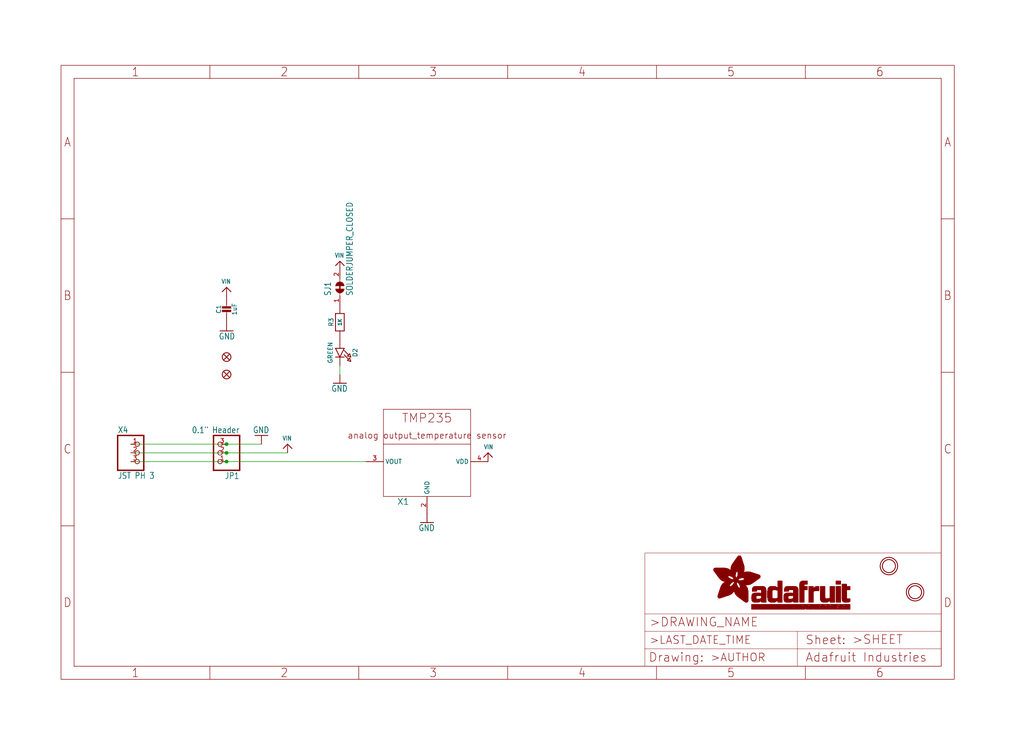
<source format=kicad_sch>
(kicad_sch (version 20211123) (generator eeschema)
  (paper "User" 298.45 217.881)
  (lib_symbols
    (symbol "schematicEagle-eagle-import:CAP_CERAMIC0805-NOOUTLINE"
      (property "Reference" "C" (at -2.29 1.25 90))
      (property "Value" "CAP_CERAMIC0805-NOOUTLINE" (at 2.3 1.25 90))
      (symbol "CAP_CERAMIC0805-NOOUTLINE_1_0"
        (pin passive line (at 0 5.08 270) (length 2.54) (name "1") (number "1"))
        (pin passive line (at 0 -2.54 90) (length 2.54) (name "2") (number "2"))
      )
    )
    (symbol "schematicEagle-eagle-import:CON_JST_PH_3PIN"
      (property "Reference" "X" (at -6.35 5.715 0))
      (property "Value" "CON_JST_PH_3PIN" (at -6.35 -7.62 0))
      (symbol "CON_JST_PH_3PIN_1_0"
        (pin passive inverted (at -2.54 2.54 0) (length 2.54) (name "1") (number "1"))
        (pin passive inverted (at -2.54 0 0) (length 2.54) (name "2") (number "2"))
        (pin passive inverted (at -2.54 -2.54 0) (length 2.54) (name "3") (number "3"))
      )
    )
    (symbol "schematicEagle-eagle-import:FIDUCIAL_1MM")
    (symbol "schematicEagle-eagle-import:FRAME_A4_ADAFRUIT"
      (symbol "FRAME_A4_ADAFRUIT_0_0"
        (text "1" (at 21.6958 1.905 0) (effects (font (size 2.54 2.286))))
        (text "1" (at 21.6958 177.165 0) (effects (font (size 2.54 2.286))))
        (text "2" (at 65.0875 1.905 0) (effects (font (size 2.54 2.286))))
        (text "2" (at 65.0875 177.165 0) (effects (font (size 2.54 2.286))))
        (text "3" (at 108.4792 1.905 0) (effects (font (size 2.54 2.286))))
        (text "3" (at 108.4792 177.165 0) (effects (font (size 2.54 2.286))))
        (text "4" (at 151.8708 1.905 0) (effects (font (size 2.54 2.286))))
        (text "4" (at 151.8708 177.165 0) (effects (font (size 2.54 2.286))))
        (text "5" (at 195.2625 1.905 0) (effects (font (size 2.54 2.286))))
        (text "5" (at 195.2625 177.165 0) (effects (font (size 2.54 2.286))))
        (text "6" (at 238.6542 1.905 0) (effects (font (size 2.54 2.286))))
        (text "6" (at 238.6542 177.165 0) (effects (font (size 2.54 2.286))))
        (text "A" (at 1.905 156.6863 0) (effects (font (size 2.54 2.286))))
        (text "A" (at 258.445 156.6863 0) (effects (font (size 2.54 2.286))))
        (text "B" (at 1.905 111.9188 0) (effects (font (size 2.54 2.286))))
        (text "B" (at 258.445 111.9188 0) (effects (font (size 2.54 2.286))))
        (text "C" (at 1.905 67.1513 0) (effects (font (size 2.54 2.286))))
        (text "C" (at 258.445 67.1513 0) (effects (font (size 2.54 2.286))))
        (text "D" (at 1.905 22.3838 0) (effects (font (size 2.54 2.286))))
        (text "D" (at 258.445 22.3838 0) (effects (font (size 2.54 2.286))))
      )
      (symbol "FRAME_A4_ADAFRUIT_1_0"
        (text ">AUTHOR" (at 189.23 5.08 0) (effects (font (size 2.286 2.286)) (justify left bottom)))
        (text ">DRAWING_NAME" (at 171.45 15.24 0) (effects (font (size 2.54 2.54)) (justify left bottom)))
        (text ">LAST_DATE_TIME" (at 171.45 10.16 0) (effects (font (size 2.286 2.286)) (justify left bottom)))
        (text ">SHEET" (at 230.505 10.16 0) (effects (font (size 2.54 2.54)) (justify left bottom)))
        (text "Adafruit Industries" (at 216.916 4.953 0) (effects (font (size 2.54 2.54)) (justify left bottom)))
        (text "Drawing:" (at 171.196 4.953 0) (effects (font (size 2.54 2.54)) (justify left bottom)))
        (text "Sheet:" (at 216.916 10.033 0) (effects (font (size 2.54 2.54)) (justify left bottom)))
      )
    )
    (symbol "schematicEagle-eagle-import:GND" (power)
      (property "Value" "GND" (at -2.54 -2.54 0))
      (symbol "GND_1_0"
        (pin power_in line (at 0 2.54 270) (length 2.54) (name "GND") (number "1"))
      )
    )
    (symbol "schematicEagle-eagle-import:HEADER-1X3"
      (property "Reference" "JP" (at -6.35 5.715 0))
      (property "Value" "HEADER-1X3" (at -6.35 -7.62 0))
      (symbol "HEADER-1X3_1_0"
        (pin passive inverted (at -2.54 2.54 0) (length 2.54) (name "1") (number "1"))
        (pin passive inverted (at -2.54 0 0) (length 2.54) (name "2") (number "2"))
        (pin passive inverted (at -2.54 -2.54 0) (length 2.54) (name "3") (number "3"))
      )
    )
    (symbol "schematicEagle-eagle-import:LED0805_NOOUTLINE"
      (property "Reference" "D" (at -1.27 4.445 0))
      (property "Value" "LED0805_NOOUTLINE" (at -1.27 -2.794 0))
      (symbol "LED0805_NOOUTLINE_1_0"
        (pin passive line (at -5.08 0 0) (length 2.54) (name "A") (number "A"))
        (pin passive line (at 2.54 0 180) (length 2.54) (name "C") (number "C"))
      )
    )
    (symbol "schematicEagle-eagle-import:MOUNTINGHOLE2.5")
    (symbol "schematicEagle-eagle-import:RESISTOR_0603_NOOUT"
      (property "Reference" "R" (at 0 2.54 0))
      (property "Value" "RESISTOR_0603_NOOUT" (at 0 0 0))
      (symbol "RESISTOR_0603_NOOUT_1_0"
        (pin passive line (at -5.08 0 0) (length 2.54) (name "1") (number "1"))
        (pin passive line (at 5.08 0 180) (length 2.54) (name "2") (number "2"))
      )
    )
    (symbol "schematicEagle-eagle-import:SOLDERJUMPER_CLOSED"
      (property "Reference" "SJ" (at -2.54 2.54 0))
      (property "Value" "SOLDERJUMPER_CLOSED" (at -2.54 -3.81 0))
      (symbol "SOLDERJUMPER_CLOSED_1_0"
        (pin passive line (at -5.08 0 0) (length 2.54) (name "1") (number "1"))
        (pin passive line (at 5.08 0 180) (length 2.54) (name "2") (number "2"))
      )
    )
    (symbol "schematicEagle-eagle-import:TMP235_DCKR"
      (property "Reference" "X" (at 5.08 -15.24 0))
      (symbol "TMP235_DCKR_1_0"
        (text "analog output_temperature sensor" (at 0 5.08 0) (effects (font (size 1.778 1.778))))
        (text "TMP235" (at 0 10.16 0) (effects (font (size 2.54 2.54))))
        (pin power_in line (at 0 -17.78 90) (length 5.08) (name "GND") (number "2"))
        (pin output line (at 17.78 -2.54 180) (length 5.08) (name "VOUT") (number "3"))
        (pin power_in line (at -17.78 -2.54 0) (length 5.08) (name "VDD") (number "4"))
      )
    )
    (symbol "schematicEagle-eagle-import:VIN" (power)
      (property "Value" "VIN" (at -1.524 1.016 0))
      (symbol "VIN_1_0"
        (pin power_in line (at 0 -2.54 90) (length 2.54) (name "VIN") (number "1"))
      )
    )
  )
  (junction (at 66.04 129.54))
  (junction (at 66.04 132.08))
  (junction (at 66.04 134.62))
  (wire (pts (xy 99.06 109.22) (xy 99.06 106.68)))
  (wire (pts (xy 38.1 134.62) (xy 66.04 134.62)))
  (wire (pts (xy 38.1 129.54) (xy 66.04 129.54)))
  (wire (pts (xy 83.82 132.08) (xy 66.04 132.08)))
  (wire (pts (xy 76.2 129.54) (xy 66.04 129.54)))
  (wire (pts (xy 66.04 132.08) (xy 38.1 132.08)))
  (wire (pts (xy 66.04 134.62) (xy 106.68 134.62)))
  (symbol (lib_id "schematicEagle-eagle-import:CON_JST_PH_3PIN") (at 40.64 132.08 0) (unit 1)
    (property "Reference" "X4" (at 34.29 126.365 0) (effects (font (size 1.778 1.5113)) (justify left bottom)))
    (property "Value" "JST PH 3" (at 34.29 139.7 0) (effects (font (size 1.778 1.5113)) (justify left bottom)))
    (property "Footprint" "schematicEagle:JSTPH3" (effects hide))
  )
  (symbol (lib_id "schematicEagle-eagle-import:FIDUCIAL_1MM") (at 66.04 109.22 0) (unit 1)
    (property "Reference" "FID2" (effects hide))
    (property "Value" "FIDUCIAL_1MM" (effects hide))
    (property "Footprint" "schematicEagle:FIDUCIAL_1MM" (effects hide))
  )
  (symbol (lib_id "schematicEagle-eagle-import:SOLDERJUMPER_CLOSED") (at 99.06 83.82 90) (unit 1)
    (property "Reference" "SJ1" (at 96.52 86.36 0) (effects (font (size 1.778 1.5113)) (justify left bottom)))
    (property "Value" "SOLDERJUMPER_CLOSED" (at 102.87 86.36 0) (effects (font (size 1.778 1.5113)) (justify left bottom)))
    (property "Footprint" "schematicEagle:SOLDERJUMPER_CLOSEDWIRE" (effects hide))
  )
  (symbol (lib_id "schematicEagle-eagle-import:MOUNTINGHOLE2.5") (at 259.08 165.1 0) (unit 1)
    (property "Reference" "U$8" (effects hide))
    (property "Value" "MOUNTINGHOLE2.5" (effects hide))
    (property "Footprint" "schematicEagle:MOUNTINGHOLE_2.5_PLATED" (effects hide))
  )
  (symbol (lib_id "schematicEagle-eagle-import:RESISTOR_0603_NOOUT") (at 99.06 93.98 90) (unit 1)
    (property "Reference" "R3" (at 96.52 93.98 0))
    (property "Value" "1K" (at 99.06 93.98 0) (effects (font (size 1.016 1.016) bold)))
    (property "Footprint" "schematicEagle:0603-NO" (effects hide))
  )
  (symbol (lib_id "schematicEagle-eagle-import:VIN") (at 83.82 129.54 0) (unit 1)
    (property "Reference" "#U$6" (effects hide))
    (property "Value" "VIN" (at 82.296 128.524 0) (effects (font (size 1.27 1.0795)) (justify left bottom)))
    (property "Footprint" "schematicEagle:" (effects hide))
  )
  (symbol (lib_id "schematicEagle-eagle-import:GND") (at 76.2 127 0) (mirror x) (unit 1)
    (property "Reference" "#GND3" (effects hide))
    (property "Value" "GND" (at 73.66 124.46 0) (effects (font (size 1.778 1.5113)) (justify left bottom)))
    (property "Footprint" "schematicEagle:" (effects hide))
  )
  (symbol (lib_id "schematicEagle-eagle-import:GND") (at 66.04 96.52 0) (mirror y) (unit 1)
    (property "Reference" "#GND2" (effects hide))
    (property "Value" "GND" (at 68.58 99.06 0) (effects (font (size 1.778 1.5113)) (justify left bottom)))
    (property "Footprint" "schematicEagle:" (effects hide))
  )
  (symbol (lib_id "schematicEagle-eagle-import:LED0805_NOOUTLINE") (at 99.06 104.14 270) (unit 1)
    (property "Reference" "D2" (at 103.505 102.87 0))
    (property "Value" "GREEN" (at 96.266 102.87 0))
    (property "Footprint" "schematicEagle:CHIPLED_0805_NOOUTLINE" (effects hide))
  )
  (symbol (lib_id "schematicEagle-eagle-import:VIN") (at 66.04 83.82 0) (unit 1)
    (property "Reference" "#U$11" (effects hide))
    (property "Value" "VIN" (at 64.516 82.804 0) (effects (font (size 1.27 1.0795)) (justify left bottom)))
    (property "Footprint" "schematicEagle:" (effects hide))
  )
  (symbol (lib_id "schematicEagle-eagle-import:HEADER-1X3") (at 63.5 132.08 180) (unit 1)
    (property "Reference" "JP1" (at 69.85 137.795 0) (effects (font (size 1.778 1.5113)) (justify left bottom)))
    (property "Value" "0.1\" Header" (at 69.85 124.46 0) (effects (font (size 1.778 1.5113)) (justify left bottom)))
    (property "Footprint" "schematicEagle:1X03_OVAL" (effects hide))
  )
  (symbol (lib_id "schematicEagle-eagle-import:GND") (at 124.46 152.4 0) (unit 1)
    (property "Reference" "#GND1" (effects hide))
    (property "Value" "GND" (at 121.92 154.94 0) (effects (font (size 1.778 1.5113)) (justify left bottom)))
    (property "Footprint" "schematicEagle:" (effects hide))
  )
  (symbol (lib_id "schematicEagle-eagle-import:MOUNTINGHOLE2.5") (at 266.7 172.72 0) (unit 1)
    (property "Reference" "U$1" (effects hide))
    (property "Value" "MOUNTINGHOLE2.5" (effects hide))
    (property "Footprint" "schematicEagle:MOUNTINGHOLE_2.5_PLATED" (effects hide))
  )
  (symbol (lib_id "schematicEagle-eagle-import:FIDUCIAL_1MM") (at 66.04 104.14 0) (unit 1)
    (property "Reference" "FID3" (effects hide))
    (property "Value" "FIDUCIAL_1MM" (effects hide))
    (property "Footprint" "schematicEagle:FIDUCIAL_1MM" (effects hide))
  )
  (symbol (lib_id "schematicEagle-eagle-import:CAP_CERAMIC0805-NOOUTLINE") (at 66.04 91.44 0) (unit 1)
    (property "Reference" "C1" (at 63.75 90.19 90))
    (property "Value" "1uF" (at 68.34 90.19 90))
    (property "Footprint" "schematicEagle:0805-NO" (effects hide))
  )
  (symbol (lib_id "schematicEagle-eagle-import:FRAME_A4_ADAFRUIT") (at 17.78 198.12 0) (unit 1)
    (property "Reference" "#U$4" (effects hide))
    (property "Value" "FRAME_A4_ADAFRUIT" (effects hide))
    (property "Footprint" "schematicEagle:" (effects hide))
  )
  (symbol (lib_id "schematicEagle-eagle-import:TMP235_DCKR") (at 124.46 132.08 0) (mirror y) (unit 1)
    (property "Reference" "X1" (at 119.38 147.32 0) (effects (font (size 1.778 1.778)) (justify left bottom)))
    (property "Value" "TMP235_DCKR" (effects hide))
    (property "Footprint" "schematicEagle:SC70-5" (effects hide))
  )
  (symbol (lib_id "schematicEagle-eagle-import:VIN") (at 99.06 76.2 0) (unit 1)
    (property "Reference" "#U$2" (effects hide))
    (property "Value" "VIN" (at 97.536 75.184 0) (effects (font (size 1.27 1.0795)) (justify left bottom)))
    (property "Footprint" "schematicEagle:" (effects hide))
  )
  (symbol (lib_id "schematicEagle-eagle-import:GND") (at 99.06 111.76 0) (unit 1)
    (property "Reference" "#GND4" (effects hide))
    (property "Value" "GND" (at 96.52 114.3 0) (effects (font (size 1.778 1.5113)) (justify left bottom)))
    (property "Footprint" "schematicEagle:" (effects hide))
  )
  (symbol (lib_id "schematicEagle-eagle-import:VIN") (at 142.24 132.08 0) (mirror y) (unit 1)
    (property "Reference" "#U$3" (effects hide))
    (property "Value" "VIN" (at 143.764 131.064 0) (effects (font (size 1.27 1.0795)) (justify left bottom)))
    (property "Footprint" "schematicEagle:" (effects hide))
  )
)
</source>
